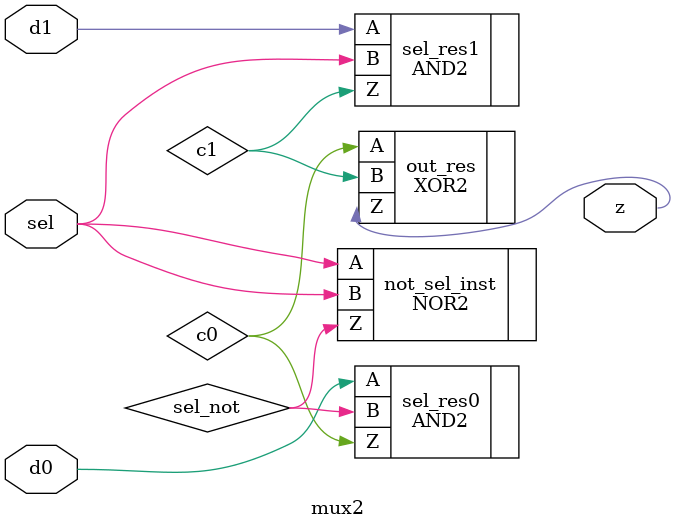
<source format=sv>
module mux2 (
    input logic d0,          // Data input 0
    input logic d1,          // Data input 1
    input logic sel,         // Select input
    output logic z           // Output
);
logic sel_not;
logic c0;
logic c1;
// Put your code here
// ------------------

NOR2 #(.Tpdlh(10),.Tpdhl(8)) not_sel_inst ( .Z(sel_not),.A(sel),.B(sel));
AND2 #(.Tpdlh(1),.Tpdhl(6)) sel_res0 (.Z(c0),.A(d0),.B(sel_not));  
AND2 #(.Tpdlh(1),.Tpdhl(6)) sel_res1 (.Z(c1),.A(d1),.B(sel));
XOR2 #(.Tpdlh(9),.Tpdhl(9)) out_res ( .Z(z),.A(c0),.B(c1)); 
// End of your code

endmodule

</source>
